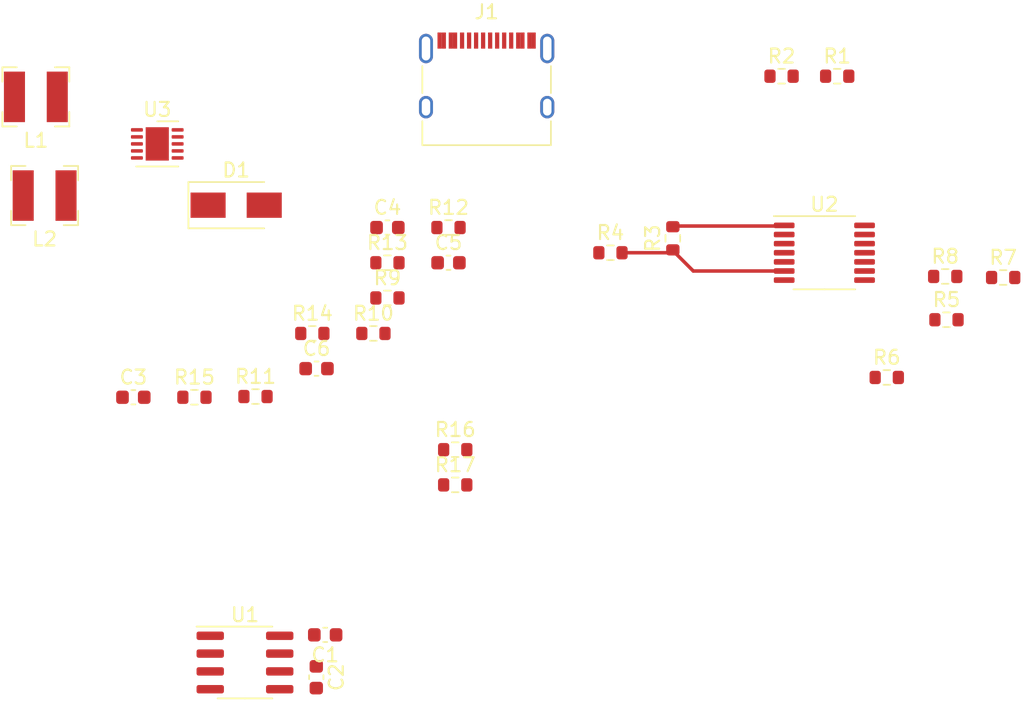
<source format=kicad_pcb>
(kicad_pcb (version 20211014) (generator pcbnew)
  (layers (0 "F.Cu" signal) (31 "B.Cu" signal) (34 "B.Paste" user) (35 "F.Paste" user) (36 "B.SilkS" user "B.Silkscreen") (37 "F.SilkS" user "F.Silkscreen") (38 "B.Mask" user) (39 "F.Mask" user) (44 "Edge.Cuts" user))
  (net 0 "")
  (net 1 "/Amplificador operacional/+5V")
  (net 2 "GND")
  (net 3 "Net-(C2-Pad1)")
  (net 4 "/Fuenta de voltaje/SW2")
  (net 5 "/Amplificador operacional/-15V")
  (net 6 "/Amplificador operacional/+15V")
  (net 7 "Net-(R3-Pad1)")
  (net 8 "Net-(R5-Pad1)")
  (net 9 "Net-(R5-Pad2)")
  (net 10 "Net-(R6-Pad1)")
  (net 11 "Net-(J2-Pad1)")
  (net 12 "Net-(R9-Pad2)")
  (net 13 "Net-(R11-Pad1)")
  (net 14 "Net-(R12-Pad1)")
  (net 15 "Net-(J1-PadB5)")
  (net 16 "Net-(J1-PadA5)")
  (net 17 "/Amplificador operacional/VOUT")
  (net 18 "Net-(R10-Pad2)")
  (net 19 "Net-(R4-Pad2)")
  (net 20 "Net-(J3-Pad1)")
  (net 21 "Net-(R8-Pad1)")
  (net 22 "Net-(R14-Pad1)")
  (net 23 "Net-(R14-Pad2)")
  (net 24 "Net-(R15-Pad1)")
  (net 25 "Net-(R16-Pad1)")
  (net 26 "Net-(RV1-Pad2)")
  (net 27 "Net-(J2-Pad2)")
  (net 28 "Net-(L1-Pad2)")
  (net 29 "Net-(C5-Pad2)")
  (footprint "Capacitor_SMD:C_0603_1608Metric" (layer "F.Cu") (at 147.32 120.585 180)
    (fp_text reference "C1" (at 0 -1.43 180) (layer "F.SilkS"))
    (fp_text value "100n")
    (fp_line (start -0.14058 -0.51) (end 0.14058 -0.51) (layer "F.SilkS") (width 0.12))
    (fp_line (start -0.14058 0.51) (end 0.14058 0.51) (layer "F.SilkS") (width 0.12))
    (pad "1" smd roundrect (at -0.775 0 180) (size 0.9 0.95) (layers "F.Cu" "F.Paste" "F.Mask") (net 2 "GND"))
    (pad "2" smd roundrect (at 0.775 0 180) (size 0.9 0.95) (layers "F.Cu" "F.Paste" "F.Mask") (net 1 "/Amplificador operacional/+5V"))
  )
  (footprint "Capacitor_SMD:C_0603_1608Metric" (layer "F.Cu") (at 146.685 123.605 -90)
    (fp_text reference "C2" (at 0 -1.43 -90) (layer "F.SilkS"))
    (fp_text value "1n")
    (fp_line (start -0.14058 -0.51) (end 0.14058 -0.51) (layer "F.SilkS") (width 0.12))
    (fp_line (start -0.14058 0.51) (end 0.14058 0.51) (layer "F.SilkS") (width 0.12))
    (pad "1" smd roundrect (at -0.775 0 270) (size 0.9 0.95) (layers "F.Cu" "F.Paste" "F.Mask") (net 3 "Net-(C2-Pad1)"))
    (pad "2" smd roundrect (at 0.775 0 270) (size 0.9 0.95) (layers "F.Cu" "F.Paste" "F.Mask") (net 2 "GND"))
  )
  (footprint "Capacitor_SMD:C_0603_1608Metric" (layer "F.Cu") (at 133.653401 103.647301)
    (fp_text reference "C3" (at 0 -1.43) (layer "F.SilkS"))
    (fp_text value "0.47u")
    (fp_line (start -0.14058 -0.51) (end 0.14058 -0.51) (layer "F.SilkS") (width 0.12))
    (fp_line (start -0.14058 0.51) (end 0.14058 0.51) (layer "F.SilkS") (width 0.12))
    (pad "1" smd roundrect (at -0.775 0) (size 0.9 0.95) (layers "F.Cu" "F.Paste" "F.Mask") (net 6 "/Amplificador operacional/+15V"))
    (pad "2" smd roundrect (at 0.775 0) (size 0.9 0.95) (layers "F.Cu" "F.Paste" "F.Mask") (net 2 "GND"))
  )
  (footprint "Capacitor_SMD:C_0603_1608Metric" (layer "F.Cu") (at 151.753401 91.547301)
    (fp_text reference "C4" (at 0 -1.43) (layer "F.SilkS"))
    (fp_text value "1u")
    (fp_line (start -0.14058 -0.51) (end 0.14058 -0.51) (layer "F.SilkS") (width 0.12))
    (fp_line (start -0.14058 0.51) (end 0.14058 0.51) (layer "F.SilkS") (width 0.12))
    (pad "1" smd roundrect (at -0.775 0) (size 0.9 0.95) (layers "F.Cu" "F.Paste" "F.Mask") (net 2 "GND"))
    (pad "2" smd roundrect (at 0.775 0) (size 0.9 0.95) (layers "F.Cu" "F.Paste" "F.Mask") (net 1 "/Amplificador operacional/+5V"))
  )
  (footprint "Capacitor_SMD:C_0603_1608Metric" (layer "F.Cu") (at 156.103401 94.057301)
    (fp_text reference "C5" (at 0 -1.43) (layer "F.SilkS"))
    (fp_text value "100n")
    (fp_line (start -0.14058 -0.51) (end 0.14058 -0.51) (layer "F.SilkS") (width 0.12))
    (fp_line (start -0.14058 0.51) (end 0.14058 0.51) (layer "F.SilkS") (width 0.12))
    (pad "1" smd roundrect (at -0.775 0) (size 0.9 0.95) (layers "F.Cu" "F.Paste" "F.Mask") (net 4 "/Fuenta de voltaje/SW2"))
    (pad "2" smd roundrect (at 0.775 0) (size 0.9 0.95) (layers "F.Cu" "F.Paste" "F.Mask") (net 29 "Net-(C5-Pad2)"))
  )
  (footprint "Capacitor_SMD:C_0603_1608Metric" (layer "F.Cu") (at 146.703401 101.607301)
    (fp_text reference "C6" (at 0 -1.43) (layer "F.SilkS"))
    (fp_text value "0.47u")
    (fp_line (start -0.14058 0.51) (end 0.14058 0.51) (layer "F.SilkS") (width 0.12))
    (fp_line (start -0.14058 -0.51) (end 0.14058 -0.51) (layer "F.SilkS") (width 0.12))
    (pad "1" smd roundrect (at -0.775 0) (size 0.9 0.95) (layers "F.Cu" "F.Paste" "F.Mask") (net 5 "/Amplificador operacional/-15V"))
    (pad "2" smd roundrect (at 0.775 0) (size 0.9 0.95) (layers "F.Cu" "F.Paste" "F.Mask") (net 2 "GND"))
  )
  (footprint "Resistor_SMD:R_0603_1608Metric" (layer "F.Cu") (at 183.7944 80.7593)
    (fp_text reference "R1" (at 0 -1.43) (layer "F.SilkS"))
    (fp_text value "5.1k")
    (fp_line (start -0.237258 -0.5225) (end 0.237258 -0.5225) (layer "F.SilkS") (width 0.12))
    (fp_line (start -0.237258 0.5225) (end 0.237258 0.5225) (layer "F.SilkS") (width 0.12))
    (pad "1" smd roundrect (at -0.825 0) (size 0.8 0.95) (layers "F.Cu" "F.Paste" "F.Mask") (net 15 "Net-(J1-PadB5)"))
    (pad "2" smd roundrect (at 0.825 0) (size 0.8 0.95) (layers "F.Cu" "F.Paste" "F.Mask") (net 2 "GND"))
  )
  (footprint "Resistor_SMD:R_0603_1608Metric" (layer "F.Cu") (at 179.8307 80.7593)
    (fp_text reference "R2" (at 0 -1.43) (layer "F.SilkS"))
    (fp_text value "5.1k")
    (fp_line (start -0.237258 -0.5225) (end 0.237258 -0.5225) (layer "F.SilkS") (width 0.12))
    (fp_line (start -0.237258 0.5225) (end 0.237258 0.5225) (layer "F.SilkS") (width 0.12))
    (pad "1" smd roundrect (at -0.825 0) (size 0.8 0.95) (layers "F.Cu" "F.Paste" "F.Mask") (net 16 "Net-(J1-PadA5)"))
    (pad "2" smd roundrect (at 0.825 0) (size 0.8 0.95) (layers "F.Cu" "F.Paste" "F.Mask") (net 2 "GND"))
  )
  (footprint "Resistor_SMD:R_0603_1608Metric" (layer "F.Cu") (at 172.085 92.315 90)
    (fp_text reference "R3" (at 0 -1.43 90) (layer "F.SilkS"))
    (fp_text value "10k")
    (fp_line (start -0.237258 0.5225) (end 0.237258 0.5225) (layer "F.SilkS") (width 0.12))
    (fp_line (start -0.237258 -0.5225) (end 0.237258 -0.5225) (layer "F.SilkS") (width 0.12))
    (pad "1" smd roundrect (at -0.825 0 90) (size 0.8 0.95) (layers "F.Cu" "F.Paste" "F.Mask") (net 7 "Net-(R3-Pad1)"))
    (pad "2" smd roundrect (at 0.825 0 90) (size 0.8 0.95) (layers "F.Cu" "F.Paste" "F.Mask") (net 1 "/Amplificador operacional/+5V"))
  )
  (footprint "Resistor_SMD:R_0603_1608Metric" (layer "F.Cu") (at 167.64 93.345)
    (fp_text reference "R4" (at 0 -1.43) (layer "F.SilkS"))
    (fp_text value "10k")
    (fp_line (start -0.237258 -0.5225) (end 0.237258 -0.5225) (layer "F.SilkS") (width 0.12))
    (fp_line (start -0.237258 0.5225) (end 0.237258 0.5225) (layer "F.SilkS") (width 0.12))
    (pad "1" smd roundrect (at -0.825 0) (size 0.8 0.95) (layers "F.Cu" "F.Paste" "F.Mask") (net 2 "GND"))
    (pad "2" smd roundrect (at 0.825 0) (size 0.8 0.95) (layers "F.Cu" "F.Paste" "F.Mask") (net 19 "Net-(R4-Pad2)"))
  )
  (footprint "Resistor_SMD:R_0603_1608Metric" (layer "F.Cu") (at 191.5795 98.1202)
    (fp_text reference "R5" (at 0 -1.43) (layer "F.SilkS"))
    (fp_text value "10k")
    (fp_line (start -0.237258 -0.5225) (end 0.237258 -0.5225) (layer "F.SilkS") (width 0.12))
    (fp_line (start -0.237258 0.5225) (end 0.237258 0.5225) (layer "F.SilkS") (width 0.12))
    (pad "1" smd roundrect (at -0.825 0) (size 0.8 0.95) (layers "F.Cu" "F.Paste" "F.Mask") (net 8 "Net-(R5-Pad1)"))
    (pad "2" smd roundrect (at 0.825 0) (size 0.8 0.95) (layers "F.Cu" "F.Paste" "F.Mask") (net 9 "Net-(R5-Pad2)"))
  )
  (footprint "Resistor_SMD:R_0603_1608Metric" (layer "F.Cu") (at 187.325 102.235)
    (fp_text reference "R6" (at 0 -1.43) (layer "F.SilkS"))
    (fp_text value "10k")
    (fp_line (start -0.237258 -0.5225) (end 0.237258 -0.5225) (layer "F.SilkS") (width 0.12))
    (fp_line (start -0.237258 0.5225) (end 0.237258 0.5225) (layer "F.SilkS") (width 0.12))
    (pad "1" smd roundrect (at -0.825 0) (size 0.8 0.95) (layers "F.Cu" "F.Paste" "F.Mask") (net 10 "Net-(R6-Pad1)"))
    (pad "2" smd roundrect (at 0.825 0) (size 0.8 0.95) (layers "F.Cu" "F.Paste" "F.Mask") (net 2 "GND"))
  )
  (footprint "Resistor_SMD:R_0603_1608Metric" (layer "F.Cu") (at 195.6181 95.1103)
    (fp_text reference "R7" (at 0 -1.43) (layer "F.SilkS"))
    (fp_text value "10k")
    (fp_line (start -0.237258 -0.5225) (end 0.237258 -0.5225) (layer "F.SilkS") (width 0.12))
    (fp_line (start -0.237258 0.5225) (end 0.237258 0.5225) (layer "F.SilkS") (width 0.12))
    (pad "1" smd roundrect (at -0.825 0) (size 0.8 0.95) (layers "F.Cu" "F.Paste" "F.Mask") (net 20 "Net-(J3-Pad1)"))
    (pad "2" smd roundrect (at 0.825 0) (size 0.8 0.95) (layers "F.Cu" "F.Paste" "F.Mask") (net 10 "Net-(R6-Pad1)"))
  )
  (footprint "Resistor_SMD:R_0603_1608Metric" (layer "F.Cu") (at 191.4906 95.0341)
    (fp_text reference "R8" (at 0 -1.43) (layer "F.SilkS"))
    (fp_text value "10k")
    (fp_line (start -0.237258 -0.5225) (end 0.237258 -0.5225) (layer "F.SilkS") (width 0.12))
    (fp_line (start -0.237258 0.5225) (end 0.237258 0.5225) (layer "F.SilkS") (width 0.12))
    (pad "1" smd roundrect (at -0.825 0) (size 0.8 0.95) (layers "F.Cu" "F.Paste" "F.Mask") (net 21 "Net-(R8-Pad1)"))
    (pad "2" smd roundrect (at 0.825 0) (size 0.8 0.95) (layers "F.Cu" "F.Paste" "F.Mask") (net 8 "Net-(R5-Pad1)"))
  )
  (footprint "Resistor_SMD:R_0603_1608Metric" (layer "F.Cu") (at 151.753401 96.567301)
    (fp_text reference "R9" (at 0 -1.43) (layer "F.SilkS"))
    (fp_text value "10k")
    (fp_line (start -0.237258 0.5225) (end 0.237258 0.5225) (layer "F.SilkS") (width 0.12))
    (fp_line (start -0.237258 -0.5225) (end 0.237258 -0.5225) (layer "F.SilkS") (width 0.12))
    (pad "1" smd roundrect (at -0.825 0) (size 0.8 0.95) (layers "F.Cu" "F.Paste" "F.Mask") (net 18 "Net-(R10-Pad2)"))
    (pad "2" smd roundrect (at 0.825 0) (size 0.8 0.95) (layers "F.Cu" "F.Paste" "F.Mask") (net 12 "Net-(R9-Pad2)"))
  )
  (footprint "Resistor_SMD:R_0603_1608Metric" (layer "F.Cu") (at 150.753401 99.097301)
    (fp_text reference "R10" (at 0 -1.43) (layer "F.SilkS"))
    (fp_text value "10k")
    (fp_line (start -0.237258 -0.5225) (end 0.237258 -0.5225) (layer "F.SilkS") (width 0.12))
    (fp_line (start -0.237258 0.5225) (end 0.237258 0.5225) (layer "F.SilkS") (width 0.12))
    (pad "1" smd roundrect (at -0.825 0) (size 0.8 0.95) (layers "F.Cu" "F.Paste" "F.Mask") (net 2 "GND"))
    (pad "2" smd roundrect (at 0.825 0) (size 0.8 0.95) (layers "F.Cu" "F.Paste" "F.Mask") (net 18 "Net-(R10-Pad2)"))
  )
  (footprint "Resistor_SMD:R_0603_1608Metric" (layer "F.Cu") (at 142.353401 103.597301)
    (fp_text reference "R11" (at 0 -1.43) (layer "F.SilkS"))
    (fp_text value "10k")
    (fp_line (start -0.237258 -0.5225) (end 0.237258 -0.5225) (layer "F.SilkS") (width 0.12))
    (fp_line (start -0.237258 0.5225) (end 0.237258 0.5225) (layer "F.SilkS") (width 0.12))
    (pad "1" smd roundrect (at -0.825 0) (size 0.8 0.95) (layers "F.Cu" "F.Paste" "F.Mask") (net 13 "Net-(R11-Pad1)"))
    (pad "2" smd roundrect (at 0.825 0) (size 0.8 0.95) (layers "F.Cu" "F.Paste" "F.Mask") (net 6 "/Amplificador operacional/+15V"))
  )
  (footprint "Resistor_SMD:R_0603_1608Metric" (layer "F.Cu") (at 156.103401 91.547301)
    (fp_text reference "R12" (at 0 -1.43) (layer "F.SilkS"))
    (fp_text value "1k")
    (fp_line (start -0.237258 -0.5225) (end 0.237258 -0.5225) (layer "F.SilkS") (width 0.12))
    (fp_line (start -0.237258 0.5225) (end 0.237258 0.5225) (layer "F.SilkS") (width 0.12))
    (pad "1" smd roundrect (at -0.825 0) (size 0.8 0.95) (layers "F.Cu" "F.Paste" "F.Mask") (net 14 "Net-(R12-Pad1)"))
    (pad "2" smd roundrect (at 0.825 0) (size 0.8 0.95) (layers "F.Cu" "F.Paste" "F.Mask") (net 13 "Net-(R11-Pad1)"))
  )
  (footprint "Resistor_SMD:R_0603_1608Metric" (layer "F.Cu") (at 151.753401 94.057301)
    (fp_text reference "R13" (at 0 -1.43) (layer "F.SilkS"))
    (fp_text value "1k")
    (fp_line (start -0.237258 0.5225) (end 0.237258 0.5225) (layer "F.SilkS") (width 0.12))
    (fp_line (start -0.237258 -0.5225) (end 0.237258 -0.5225) (layer "F.SilkS") (width 0.12))
    (pad "1" smd roundrect (at -0.825 0) (size 0.8 0.95) (layers "F.Cu" "F.Paste" "F.Mask") (net 2 "GND"))
    (pad "2" smd roundrect (at 0.825 0) (size 0.8 0.95) (layers "F.Cu" "F.Paste" "F.Mask") (net 14 "Net-(R12-Pad1)"))
  )
  (footprint "Resistor_SMD:R_0603_1608Metric" (layer "F.Cu") (at 146.403401 99.097301)
    (fp_text reference "R14" (at 0 -1.43) (layer "F.SilkS"))
    (fp_text value "1k")
    (fp_line (start -0.237258 0.5225) (end 0.237258 0.5225) (layer "F.SilkS") (width 0.12))
    (fp_line (start -0.237258 -0.5225) (end 0.237258 -0.5225) (layer "F.SilkS") (width 0.12))
    (pad "1" smd roundrect (at -0.825 0) (size 0.8 0.95) (layers "F.Cu" "F.Paste" "F.Mask") (net 22 "Net-(R14-Pad1)"))
    (pad "2" smd roundrect (at 0.825 0) (size 0.8 0.95) (layers "F.Cu" "F.Paste" "F.Mask") (net 23 "Net-(R14-Pad2)"))
  )
  (footprint "Resistor_SMD:R_0603_1608Metric" (layer "F.Cu") (at 138.003401 103.647301)
    (fp_text reference "R15" (at 0 -1.43) (layer "F.SilkS"))
    (fp_text value "1k")
    (fp_line (start -0.237258 -0.5225) (end 0.237258 -0.5225) (layer "F.SilkS") (width 0.12))
    (fp_line (start -0.237258 0.5225) (end 0.237258 0.5225) (layer "F.SilkS") (width 0.12))
    (pad "1" smd roundrect (at -0.825 0) (size 0.8 0.95) (layers "F.Cu" "F.Paste" "F.Mask") (net 24 "Net-(R15-Pad1)"))
    (pad "2" smd roundrect (at 0.825 0) (size 0.8 0.95) (layers "F.Cu" "F.Paste" "F.Mask") (net 22 "Net-(R14-Pad1)"))
  )
  (footprint "Resistor_SMD:R_0603_1608Metric" (layer "F.Cu") (at 156.583301 107.383501)
    (fp_text reference "R16" (at 0 -1.43) (layer "F.SilkS"))
    (fp_text value "1k")
    (fp_line (start -0.237258 0.5225) (end 0.237258 0.5225) (layer "F.SilkS") (width 0.12))
    (fp_line (start -0.237258 -0.5225) (end 0.237258 -0.5225) (layer "F.SilkS") (width 0.12))
    (pad "1" smd roundrect (at -0.825 0) (size 0.8 0.95) (layers "F.Cu" "F.Paste" "F.Mask") (net 25 "Net-(R16-Pad1)"))
    (pad "2" smd roundrect (at 0.825 0) (size 0.8 0.95) (layers "F.Cu" "F.Paste" "F.Mask") (net 24 "Net-(R15-Pad1)"))
  )
  (footprint "Resistor_SMD:R_0603_1608Metric" (layer "F.Cu") (at 156.583301 109.893501)
    (fp_text reference "R17" (at 0 -1.43) (layer "F.SilkS"))
    (fp_text value "10k")
    (fp_line (start -0.237258 0.5225) (end 0.237258 0.5225) (layer "F.SilkS") (width 0.12))
    (fp_line (start -0.237258 -0.5225) (end 0.237258 -0.5225) (layer "F.SilkS") (width 0.12))
    (pad "1" smd roundrect (at -0.825 0) (size 0.8 0.95) (layers "F.Cu" "F.Paste" "F.Mask") (net 5 "/Amplificador operacional/-15V"))
    (pad "2" smd roundrect (at 0.825 0) (size 0.8 0.95) (layers "F.Cu" "F.Paste" "F.Mask") (net 25 "Net-(R16-Pad1)"))
  )
  (footprint "Package_SO:SOIC-8_3.9x4.9mm_P1.27mm" (layer "F.Cu") (at 141.605 122.555)
    (fp_text reference "U1" (at 0 -3.4) (layer "F.SilkS"))
    (fp_text value "ACS712xLCTR-05B")
    (fp_line (start 0 2.56) (end -1.95 2.56) (layer "F.SilkS") (width 0.12))
    (fp_line (start 0 -2.56) (end 1.95 -2.56) (layer "F.SilkS") (width 0.12))
    (fp_line (start 0 2.56) (end 1.95 2.56) (layer "F.SilkS") (width 0.12))
    (fp_line (start 0 -2.56) (end -3.45 -2.56) (layer "F.SilkS") (width 0.12))
    (pad "1" smd roundrect (at -2.475 -1.905) (size 1.95 0.6) (layers "F.Cu" "F.Paste" "F.Mask") (net 27 "Net-(J2-Pad2)"))
    (pad "2" smd roundrect (at -2.475 -0.635) (size 1.95 0.6) (layers "F.Cu" "F.Paste" "F.Mask") (net 27 "Net-(J2-Pad2)"))
    (pad "3" smd roundrect (at -2.475 0.635) (size 1.95 0.6) (layers "F.Cu" "F.Paste" "F.Mask") (net 11 "Net-(J2-Pad1)"))
    (pad "4" smd roundrect (at -2.475 1.905) (size 1.95 0.6) (layers "F.Cu" "F.Paste" "F.Mask") (net 11 "Net-(J2-Pad1)"))
    (pad "5" smd roundrect (at 2.475 1.905) (size 1.95 0.6) (layers "F.Cu" "F.Paste" "F.Mask") (net 2 "GND"))
    (pad "6" smd roundrect (at 2.475 0.635) (size 1.95 0.6) (layers "F.Cu" "F.Paste" "F.Mask") (net 3 "Net-(C2-Pad1)"))
    (pad "7" smd roundrect (at 2.475 -0.635) (size 1.95 0.6) (layers "F.Cu" "F.Paste" "F.Mask") (net 17 "/Amplificador operacional/VOUT"))
    (pad "8" smd roundrect (at 2.475 -1.905) (size 1.95 0.6) (layers "F.Cu" "F.Paste" "F.Mask") (net 1 "/Amplificador operacional/+5V"))
  )
  (footprint "Package_DFN_QFN:DFN-10-1EP_3x3mm_P0.5mm_EP1.65x2.38mm" (layer "F.Cu") (at 135.3566 85.5853)
    (fp_text reference "U3" (at 0 -2.45) (layer "F.SilkS"))
    (fp_text value "LT3463EDDPBF")
    (fp_line (start 0 -1.61) (end 1.5 -1.61) (layer "F.SilkS") (width 0.12))
    (fp_line (start -1.5 1.61) (end 1.5 1.61) (layer "F.SilkS") (width 0.12))
    (pad "1" smd roundrect (at -1.45 -1) (size 0.85 0.25) (layers "F.Cu" "F.Paste" "F.Mask") (net 6 "/Amplificador operacional/+15V"))
    (pad "2" smd roundrect (at -1.45 -0.5) (size 0.85 0.25) (layers "F.Cu" "F.Paste" "F.Mask") (net 28 "Net-(L1-Pad2)"))
    (pad "3" smd roundrect (at -1.45 0) (size 0.85 0.25) (layers "F.Cu" "F.Paste" "F.Mask") (net 1 "/Amplificador operacional/+5V"))
    (pad "4" smd roundrect (at -1.45 0.5) (size 0.85 0.25) (layers "F.Cu" "F.Paste" "F.Mask") (net 4 "/Fuenta de voltaje/SW2"))
    (pad "5" smd roundrect (at -1.45 1) (size 0.85 0.25) (layers "F.Cu" "F.Paste" "F.Mask") (net 29 "Net-(C5-Pad2)"))
    (pad "6" smd roundrect (at 1.45 1) (size 0.85 0.25) (layers "F.Cu" "F.Paste" "F.Mask") (net 22 "Net-(R14-Pad1)"))
    (pad "7" smd roundrect (at 1.45 0.5) (size 0.85 0.25) (layers "F.Cu" "F.Paste" "F.Mask") (net 23 "Net-(R14-Pad2)"))
    (pad "8" smd roundrect (at 1.45 0) (size 0.85 0.25) (layers "F.Cu" "F.Paste" "F.Mask") (net 1 "/Amplificador operacional/+5V"))
    (pad "9" smd roundrect (at 1.45 -0.5) (size 0.85 0.25) (layers "F.Cu" "F.Paste" "F.Mask") (net 1 "/Amplificador operacional/+5V"))
    (pad "10" smd roundrect (at 1.45 -1) (size 0.85 0.25) (layers "F.Cu" "F.Paste" "F.Mask") (net 14 "Net-(R12-Pad1)"))
    (pad "11" smd rect (at 0 0) (size 1.65 2.38) (layers "F.Cu" "F.Mask") (net 2 "GND"))
  )
  (footprint "Diode_SMD:D_SMA" (layer "F.Cu") (at 140.9766 89.9541)
    (fp_text reference "D1" (at 0 -2.5) (layer "F.SilkS"))
    (fp_text value "Schottky")
    (fp_line (start -3.4 -1.65) (end 2 -1.65) (layer "F.SilkS") (width 0.12))
    (fp_line (start -3.4 1.65) (end 2 1.65) (layer "F.SilkS") (width 0.12))
    (fp_line (start -3.4 -1.65) (end -3.4 1.65) (layer "F.SilkS") (width 0.12))
    (pad "1" smd rect (at -2 0) (size 2.5 1.8) (layers "F.Cu" "F.Paste" "F.Mask") (net 29 "Net-(C5-Pad2)"))
    (pad "2" smd rect (at 2 0) (size 2.5 1.8) (layers "F.Cu" "F.Paste" "F.Mask") (net 5 "/Amplificador operacional/-15V"))
  )
  (footprint "Inductor_SMD:L_Bourns-SRN4018" (layer "F.Cu") (at 127.3312 89.2683)
    (fp_text reference "L2" (at 0 3.1) (layer "F.SilkS"))
    (fp_text value "10u")
    (fp_line (start -2.385 -2.11) (end -1.36 -2.11) (layer "F.SilkS") (width 0.12))
    (fp_line (start 2.385 -2.11) (end 1.36 -2.11) (layer "F.SilkS") (width 0.12))
    (fp_line (start 2.385 2.11) (end 2.385 1.085) (layer "F.SilkS") (width 0.12))
    (fp_line (start 2.385 2.11) (end 1.36 2.11) (layer "F.SilkS") (width 0.12))
    (fp_line (start -2.385 -2.11) (end -2.385 -1.085) (layer "F.SilkS") (width 0.12))
    (fp_line (start -2.385 2.11) (end -1.36 2.11) (layer "F.SilkS") (width 0.12))
    (fp_line (start 2.385 -2.11) (end 2.385 -1.085) (layer "F.SilkS") (width 0.12))
    (fp_line (start -2.385 2.11) (end -2.385 1.085) (layer "F.SilkS") (width 0.12))
    (pad "1" smd rect (at -1.525 0) (size 1.5 3.6) (layers "F.Cu" "F.Paste" "F.Mask") (net 1 "/Amplificador operacional/+5V"))
    (pad "2" smd rect (at 1.525 0) (size 1.5 3.6) (layers "F.Cu" "F.Paste" "F.Mask") (net 4 "/Fuenta de voltaje/SW2"))
  )
  (footprint "Inductor_SMD:L_Bourns-SRN4018" (layer "F.Cu") (at 126.7079 82.2325)
    (fp_text reference "L1" (at 0 3.1) (layer "F.SilkS"))
    (fp_text value "10u")
    (fp_line (start 2.385 -2.11) (end 1.36 -2.11) (layer "F.SilkS") (width 0.12))
    (fp_line (start 2.385 -2.11) (end 2.385 -1.085) (layer "F.SilkS") (width 0.12))
    (fp_line (start 2.385 2.11) (end 1.36 2.11) (layer "F.SilkS") (width 0.12))
    (fp_line (start -2.385 -2.11) (end -1.36 -2.11) (layer "F.SilkS") (width 0.12))
    (fp_line (start -2.385 2.11) (end -2.385 1.085) (layer "F.SilkS") (width 0.12))
    (fp_line (start -2.385 2.11) (end -1.36 2.11) (layer "F.SilkS") (width 0.12))
    (fp_line (start 2.385 2.11) (end 2.385 1.085) (layer "F.SilkS") (width 0.12))
    (fp_line (start -2.385 -2.11) (end -2.385 -1.085) (layer "F.SilkS") (width 0.12))
    (pad "1" smd rect (at -1.525 0) (size 1.5 3.6) (layers "F.Cu" "F.Paste" "F.Mask") (net 1 "/Amplificador operacional/+5V"))
    (pad "2" smd rect (at 1.525 0) (size 1.5 3.6) (layers "F.Cu" "F.Paste" "F.Mask") (net 28 "Net-(L1-Pad2)"))
  )
  (footprint "Package_SO:TSSOP-14_4.4x5mm_P0.65mm" (layer "F.Cu") (at 182.88 93.345)
    (fp_text reference "U2" (at 0 -3.45) (layer "F.SilkS"))
    (fp_text value "ADA4807-4")
    (fp_line (start 0 2.61) (end 2.2 2.61) (layer "F.SilkS") (width 0.12))
    (fp_line (start 0 -2.61) (end 2.2 -2.61) (layer "F.SilkS") (width 0.12))
    (fp_line (start 0 -2.61) (end -3.6 -2.61) (layer "F.SilkS") (width 0.12))
    (fp_line (start 0 2.61) (end -2.2 2.61) (layer "F.SilkS") (width 0.12))
    (pad "1" smd roundrect (at -2.8625 -1.95) (size 1.475 0.4) (layers "F.Cu" "F.Paste" "F.Mask") (net 12 "Net-(R9-Pad2)"))
    (pad "2" smd roundrect (at -2.8625 -1.3) (size 1.475 0.4) (layers "F.Cu" "F.Paste" "F.Mask") (net 17 "/Amplificador operacional/VOUT"))
    (pad "3" smd roundrect (at -2.8625 -0.65) (size 1.475 0.4) (layers "F.Cu" "F.Paste" "F.Mask") (net 12 "Net-(R9-Pad2)"))
    (pad "4" smd roundrect (at -2.8625 0) (size 1.475 0.4) (layers "F.Cu" "F.Paste" "F.Mask") (net 6 "/Amplificador operacional/+15V"))
    (pad "5" smd roundrect (at -2.8625 0.65) (size 1.475 0.4) (layers "F.Cu" "F.Paste" "F.Mask") (net 8 "Net-(R5-Pad1)"))
    (pad "6" smd roundrect (at -2.8625 1.3) (size 1.475 0.4) (layers "F.Cu" "F.Paste" "F.Mask") (net 18 "Net-(R10-Pad2)"))
    (pad "7" smd roundrect (at -2.8625 1.95) (size 1.475 0.4) (layers "F.Cu" "F.Paste" "F.Mask") (net 21 "Net-(R8-Pad1)"))
    (pad "8" smd roundrect (at 2.8625 1.95) (size 1.475 0.4) (layers "F.Cu" "F.Paste" "F.Mask") (net 20 "Net-(J3-Pad1)"))
    (pad "9" smd roundrect (at 2.8625 1.3) (size 1.475 0.4) (layers "F.Cu" "F.Paste" "F.Mask") (net 21 "Net-(R8-Pad1)"))
    (pad "10" smd roundrect (at 2.8625 0.65) (size 1.475 0.4) (layers "F.Cu" "F.Paste" "F.Mask") (net 10 "Net-(R6-Pad1)"))
    (pad "11" smd roundrect (at 2.8625 0) (size 1.475 0.4) (layers "F.Cu" "F.Paste" "F.Mask") (net 5 "/Amplificador operacional/-15V"))
    (pad "12" smd roundrect (at 2.8625 -0.65) (size 1.475 0.4) (layers "F.Cu" "F.Paste" "F.Mask") (net 9 "Net-(R5-Pad2)"))
    (pad "13" smd roundrect (at 2.8625 -1.3) (size 1.475 0.4) (layers "F.Cu" "F.Paste" "F.Mask") (net 26 "Net-(RV1-Pad2)"))
    (pad "14" smd roundrect (at 2.8625 -1.95) (size 1.475 0.4) (layers "F.Cu" "F.Paste" "F.Mask") (net 9 "Net-(R5-Pad2)"))
  )
  (footprint "Connector_USB:USB_C_Receptacle_XKB_U262-16XN-4BVC11" (layer "F.Cu") (at 158.82 81.89)
    (fp_text reference "J1" (at 0 -5.715) (layer "F.SilkS"))
    (fp_text value "USB_C_Receptacle")
    (fp_line (start -4.58 3.785) (end -4.58 2.08) (layer "F.SilkS") (width 0.12))
    (fp_line (start -4.58 -1.85) (end -4.58 0.07) (layer "F.SilkS") (width 0.12))
    (fp_line (start 4.58 2.08) (end 4.58 3.785) (layer "F.SilkS") (width 0.12))
    (fp_line (start 4.58 3.785) (end -4.58 3.785) (layer "F.SilkS") (width 0.12))
    (fp_line (start 4.58 0.07) (end 4.58 -1.85) (layer "F.SilkS") (width 0.12))
    (pad "" np_thru_hole circle (at 2.89 -2.605) (size 0.65 0.65) (drill 0.65) (layers *.Cu *.Mask))
    (pad "" np_thru_hole circle (at -2.89 -2.605) (size 0.65 0.65) (drill 0.65) (layers *.Cu *.Mask))
    (pad "A1" smd rect (at -3.35 -3.67) (size 0.3 1.15) (layers "F.Cu" "F.Paste" "F.Mask") (net 2 "GND"))
    (pad "A4" smd rect (at -2.55 -3.67) (size 0.3 1.15) (layers "F.Cu" "F.Paste" "F.Mask") (net 1 "/Amplificador operacional/+5V"))
    (pad "A5" smd rect (at -1.25 -3.67) (size 0.3 1.15) (layers "F.Cu" "F.Paste" "F.Mask") (net 16 "Net-(J1-PadA5)"))
    (pad "A6" smd rect (at -0.25 -3.67) (size 0.3 1.15) (layers "F.Cu" "F.Paste" "F.Mask"))
    (pad "A7" smd rect (at 0.25 -3.67) (size 0.3 1.15) (layers "F.Cu" "F.Paste" "F.Mask"))
    (pad "A8" smd rect (at 1.25 -3.67) (size 0.3 1.15) (layers "F.Cu" "F.Paste" "F.Mask"))
    (pad "A9" smd rect (at 2.55 -3.67) (size 0.3 1.15) (layers "F.Cu" "F.Paste" "F.Mask") (net 1 "/Amplificador operacional/+5V"))
    (pad "A12" smd rect (at 3.35 -3.67) (size 0.3 1.15) (layers "F.Cu" "F.Paste" "F.Mask") (net 2 "GND"))
    (pad "B1" smd rect (at 3.05 -3.67) (size 0.3 1.15) (layers "F.Cu" "F.Paste" "F.Mask") (net 2 "GND"))
    (pad "B4" smd rect (at 2.25 -3.67) (size 0.3 1.15) (layers "F.Cu" "F.Paste" "F.Mask") (net 1 "/Amplificador operacional/+5V"))
    (pad "B5" smd rect (at 1.75 -3.67) (size 0.3 1.15) (layers "F.Cu" "F.Paste" "F.Mask") (net 15 "Net-(J1-PadB5)"))
    (pad "B6" smd rect (at 0.75 -3.67) (size 0.3 1.15) (layers "F.Cu" "F.Paste" "F.Mask"))
    (pad "B7" smd rect (at -0.75 -3.67) (size 0.3 1.15) (layers "F.Cu" "F.Paste" "F.Mask"))
    (pad "B8" smd rect (at -1.75 -3.67) (size 0.3 1.15) (layers "F.Cu" "F.Paste" "F.Mask"))
    (pad "B9" smd rect (at -2.25 -3.67) (size 0.3 1.15) (layers "F.Cu" "F.Paste" "F.Mask") (net 1 "/Amplificador operacional/+5V"))
    (pad "B12" smd rect (at -3.05 -3.67) (size 0.3 1.15) (layers "F.Cu" "F.Paste" "F.Mask") (net 2 "GND"))
    (pad "S1" thru_hole oval (at 4.32 -3.105) (size 1 2.1) (drill oval 0.6 1.7) (layers *.Cu *.Mask) (net 2 "GND"))
    (pad "S1" thru_hole oval (at 4.32 1.075) (size 1 1.6) (drill oval 0.6 1.2) (layers *.Cu *.Mask) (net 2 "GND"))
    (pad "S1" thru_hole oval (at -4.32 -3.105) (size 1 2.1) (drill oval 0.6 1.7) (layers *.Cu *.Mask) (net 2 "GND"))
    (pad "S1" thru_hole oval (at -4.32 1.075) (size 1 1.6) (drill oval 0.6 1.2) (layers *.Cu *.Mask) (net 2 "GND"))
  )
  (segment (start 179.9725 91.44) (end 180.0175 91.395) (width 0.25) (layer "F.Cu") (net 12))
  (segment (start 172.085 91.44) (end 179.9725 91.44) (width 0.25) (layer "F.Cu") (net 12))
  (segment (start 173.54 94.645) (end 180.0175 94.645) (width 0.25) (layer "F.Cu") (net 18))
  (segment (start 171.93 93.345) (end 172.085 93.19) (width 0.25) (layer "F.Cu") (net 18))
  (segment (start 172.085 93.19) (end 173.54 94.645) (width 0.25) (layer "F.Cu") (net 18))
  (segment (start 168.515 93.345) (end 171.93 93.345) (width 0.25) (layer "F.Cu") (net 18))
)
</source>
